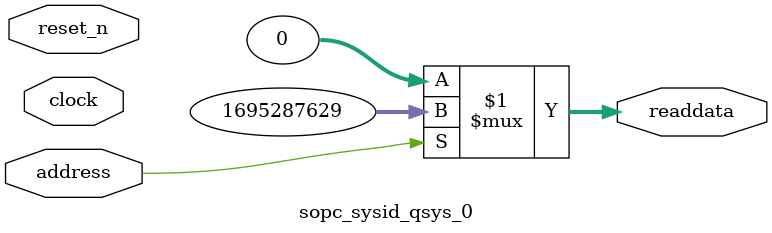
<source format=v>



// synthesis translate_off
`timescale 1ns / 1ps
// synthesis translate_on

// turn off superfluous verilog processor warnings 
// altera message_level Level1 
// altera message_off 10034 10035 10036 10037 10230 10240 10030 

module sopc_sysid_qsys_0 (
               // inputs:
                address,
                clock,
                reset_n,

               // outputs:
                readdata
             )
;

  output  [ 31: 0] readdata;
  input            address;
  input            clock;
  input            reset_n;

  wire    [ 31: 0] readdata;
  //control_slave, which is an e_avalon_slave
  assign readdata = address ? 1695287629 : 0;

endmodule



</source>
